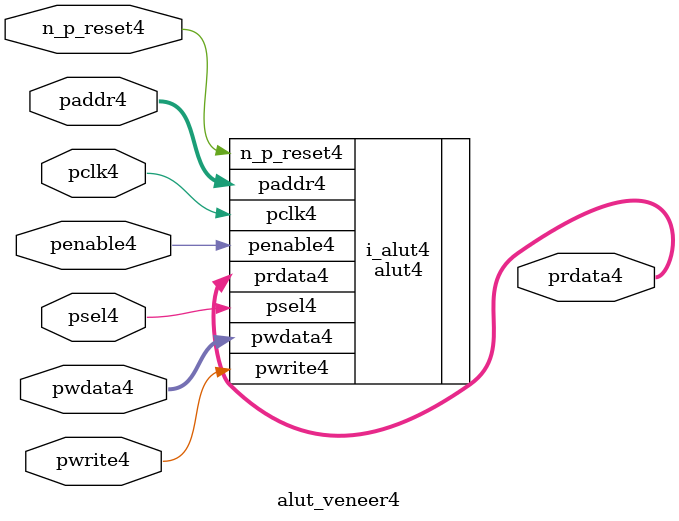
<source format=v>
module alut_veneer4
(   
   // Inputs4
   pclk4,
   n_p_reset4,
   psel4,            
   penable4,       
   pwrite4,         
   paddr4,           
   pwdata4,          

   // Outputs4
   prdata4  
);

   // APB4 Inputs4
   input             pclk4;               // APB4 clock4                          
   input             n_p_reset4;          // Reset4                              
   input             psel4;               // Module4 select4 signal4               
   input             penable4;            // Enable4 signal4                      
   input             pwrite4;             // Write when HIGH4 and read when LOW4  
   input [6:0]       paddr4;              // Address bus for read write         
   input [31:0]      pwdata4;             // APB4 write bus                      

   output [31:0]     prdata4;             // APB4 read bus                       


//-----------------------------------------------------------------------
//##############################################################################
// if the ALUT4 is NOT4 black4 boxed4 
//##############################################################################
`ifndef FV_KIT_BLACK_BOX_LUT4 


alut4 i_alut4 (
        //inputs4
        . n_p_reset4(n_p_reset4),
        . pclk4(pclk4),
        . psel4(psel4),
        . penable4(penable4),
        . pwrite4(pwrite4),
        . paddr4(paddr4[6:0]),
        . pwdata4(pwdata4),

        //outputs4
        . prdata4(prdata4)
);


`else 
//##############################################################################
// if the <module> is black4 boxed4 
//##############################################################################

   // APB4 Inputs4
   wire              pclk4;               // APB4 clock4                          
   wire              n_p_reset4;          // Reset4                              
   wire              psel4;               // Module4 select4 signal4               
   wire              penable4;            // Enable4 signal4                      
   wire              pwrite4;             // Write when HIGH4 and read when LOW4  
   wire  [6:0]       paddr4;              // Address bus for read write         
   wire  [31:0]      pwdata4;             // APB4 write bus                      

   reg   [31:0]      prdata4;             // APB4 read bus                       


`endif

endmodule

</source>
